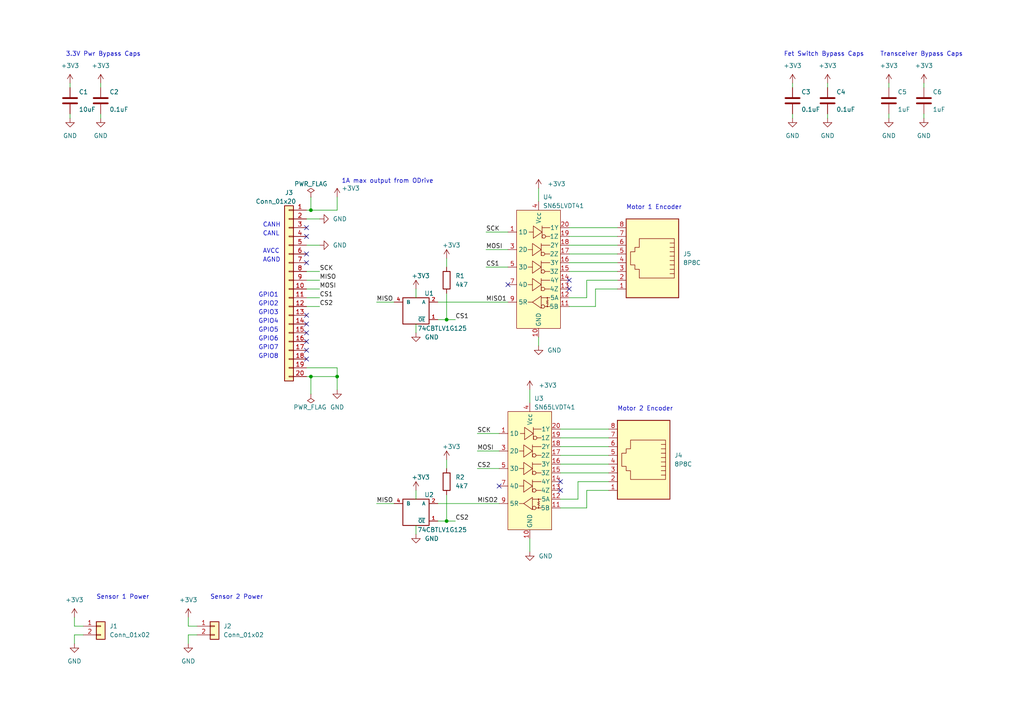
<source format=kicad_sch>
(kicad_sch (version 20211123) (generator eeschema)
  (paper "A4")
  (lib_symbols
    (symbol "74xGxx:74CBTLV1G125" (pin_names (offset 1.016))
      (property "Reference" "U" (at -2.54 5.08 0))
      (property "Value" "74CBTLV1G125" (at 0 -5.08 0))
      (symbol "74CBTLV1G125_0_1"
        (rectangle (start -3.81 3.81) (end 3.81 -3.81) (stroke (width 0.254)))
      )
      (symbol "74CBTLV1G125_1_1"
        (pin input line (at -6.35 -2.54 0) (length 2.54) (name "~{OE}") (number "1"))
        (pin input line (at -6.35 2.54 0) (length 2.54) (name "A") (number "2"))
        (pin power_in line (at 0 -3.81 270) (length 0) hide (name "GND") (number "3"))
        (pin tri_state line (at 6.35 2.54 180) (length 2.54) (name "B") (number "4"))
        (pin power_in line (at 0 3.81 90) (length 0) hide (name "VCC") (number "5"))
      )
    )
    (symbol "Connector:8P8C" (pin_names (offset 1.016))
      (property "Reference" "J" (at -5.08 13.97 0))
      (property "Value" "8P8C" (at 2.54 13.97 0))
      (symbol "8P8C_0_1"
        (polyline (pts (xy -5.08 4.445) (xy -6.35 4.445)))
        (polyline (pts (xy -5.08 5.715) (xy -6.35 5.715)))
        (polyline (pts (xy -6.35 -3.175) (xy -5.08 -3.175) (xy -5.08 -3.175)))
        (polyline (pts (xy -6.35 -1.905) (xy -5.08 -1.905) (xy -5.08 -1.905)))
        (polyline (pts (xy -6.35 -0.635) (xy -5.08 -0.635) (xy -5.08 -0.635)))
        (polyline (pts (xy -6.35 0.635) (xy -5.08 0.635) (xy -5.08 0.635)))
        (polyline (pts (xy -6.35 1.905) (xy -5.08 1.905) (xy -5.08 1.905)))
        (polyline (pts (xy -5.08 3.175) (xy -6.35 3.175) (xy -6.35 3.175)))
        (polyline (pts (xy -6.35 -4.445) (xy -6.35 6.985) (xy 3.81 6.985) (xy 3.81 4.445) (xy 5.08 4.445) (xy 5.08 3.175) (xy 6.35 3.175) (xy 6.35 -0.635) (xy 5.08 -0.635) (xy 5.08 -1.905) (xy 3.81 -1.905) (xy 3.81 -4.445) (xy -6.35 -4.445) (xy -6.35 -4.445)))
        (rectangle (start 7.62 12.7) (end -7.62 -10.16) (stroke (width 0.254)) (fill (type background)))
      )
      (symbol "8P8C_1_1"
        (pin passive line (at 10.16 -7.62 180) (length 2.54) (name "~") (number "1"))
        (pin passive line (at 10.16 -5.08 180) (length 2.54) (name "~") (number "2"))
        (pin passive line (at 10.16 -2.54 180) (length 2.54) (name "~") (number "3"))
        (pin passive line (at 10.16 0 180) (length 2.54) (name "~") (number "4"))
        (pin passive line (at 10.16 2.54 180) (length 2.54) (name "~") (number "5"))
        (pin passive line (at 10.16 5.08 180) (length 2.54) (name "~") (number "6"))
        (pin passive line (at 10.16 7.62 180) (length 2.54) (name "~") (number "7"))
        (pin passive line (at 10.16 10.16 180) (length 2.54) (name "~") (number "8"))
      )
    )
    (symbol "Connector_Generic:Conn_01x02" (pin_names (offset 1.016) hide)
      (property "Reference" "J" (at 0 2.54 0))
      (property "Value" "Conn_01x02" (at 0 -5.08 0))
      (symbol "Conn_01x02_1_1"
        (rectangle (start -1.27 -2.413) (end 0 -2.667) (stroke (width 0.1524)))
        (rectangle (start -1.27 0.127) (end 0 -0.127) (stroke (width 0.1524)))
        (rectangle (start -1.27 1.27) (end 1.27 -3.81) (stroke (width 0.254)) (fill (type background)))
        (pin passive line (at -5.08 0 0) (length 3.81) (name "Pin_1") (number "1"))
        (pin passive line (at -5.08 -2.54 0) (length 3.81) (name "Pin_2") (number "2"))
      )
    )
    (symbol "Connector_Generic:Conn_01x20" (pin_names (offset 1.016) hide)
      (property "Reference" "J" (at 0 25.4 0))
      (property "Value" "Conn_01x20" (at 0 -27.94 0))
      (symbol "Conn_01x20_1_1"
        (rectangle (start -1.27 -25.273) (end 0 -25.527) (stroke (width 0.1524)))
        (rectangle (start -1.27 -22.733) (end 0 -22.987) (stroke (width 0.1524)))
        (rectangle (start -1.27 -20.193) (end 0 -20.447) (stroke (width 0.1524)))
        (rectangle (start -1.27 -17.653) (end 0 -17.907) (stroke (width 0.1524)))
        (rectangle (start -1.27 -15.113) (end 0 -15.367) (stroke (width 0.1524)))
        (rectangle (start -1.27 -12.573) (end 0 -12.827) (stroke (width 0.1524)))
        (rectangle (start -1.27 -10.033) (end 0 -10.287) (stroke (width 0.1524)))
        (rectangle (start -1.27 -7.493) (end 0 -7.747) (stroke (width 0.1524)))
        (rectangle (start -1.27 -4.953) (end 0 -5.207) (stroke (width 0.1524)))
        (rectangle (start -1.27 -2.413) (end 0 -2.667) (stroke (width 0.1524)))
        (rectangle (start -1.27 0.127) (end 0 -0.127) (stroke (width 0.1524)))
        (rectangle (start -1.27 2.667) (end 0 2.413) (stroke (width 0.1524)))
        (rectangle (start -1.27 5.207) (end 0 4.953) (stroke (width 0.1524)))
        (rectangle (start -1.27 7.747) (end 0 7.493) (stroke (width 0.1524)))
        (rectangle (start -1.27 10.287) (end 0 10.033) (stroke (width 0.1524)))
        (rectangle (start -1.27 12.827) (end 0 12.573) (stroke (width 0.1524)))
        (rectangle (start -1.27 15.367) (end 0 15.113) (stroke (width 0.1524)))
        (rectangle (start -1.27 17.907) (end 0 17.653) (stroke (width 0.1524)))
        (rectangle (start -1.27 20.447) (end 0 20.193) (stroke (width 0.1524)))
        (rectangle (start -1.27 22.987) (end 0 22.733) (stroke (width 0.1524)))
        (rectangle (start -1.27 24.13) (end 1.27 -26.67) (stroke (width 0.254)) (fill (type background)))
        (pin passive line (at -5.08 22.86 0) (length 3.81) (name "Pin_1") (number "1"))
        (pin passive line (at -5.08 0 0) (length 3.81) (name "Pin_10") (number "10"))
        (pin passive line (at -5.08 -2.54 0) (length 3.81) (name "Pin_11") (number "11"))
        (pin passive line (at -5.08 -5.08 0) (length 3.81) (name "Pin_12") (number "12"))
        (pin passive line (at -5.08 -7.62 0) (length 3.81) (name "Pin_13") (number "13"))
        (pin passive line (at -5.08 -10.16 0) (length 3.81) (name "Pin_14") (number "14"))
        (pin passive line (at -5.08 -12.7 0) (length 3.81) (name "Pin_15") (number "15"))
        (pin passive line (at -5.08 -15.24 0) (length 3.81) (name "Pin_16") (number "16"))
        (pin passive line (at -5.08 -17.78 0) (length 3.81) (name "Pin_17") (number "17"))
        (pin passive line (at -5.08 -20.32 0) (length 3.81) (name "Pin_18") (number "18"))
        (pin passive line (at -5.08 -22.86 0) (length 3.81) (name "Pin_19") (number "19"))
        (pin passive line (at -5.08 20.32 0) (length 3.81) (name "Pin_2") (number "2"))
        (pin passive line (at -5.08 -25.4 0) (length 3.81) (name "Pin_20") (number "20"))
        (pin passive line (at -5.08 17.78 0) (length 3.81) (name "Pin_3") (number "3"))
        (pin passive line (at -5.08 15.24 0) (length 3.81) (name "Pin_4") (number "4"))
        (pin passive line (at -5.08 12.7 0) (length 3.81) (name "Pin_5") (number "5"))
        (pin passive line (at -5.08 10.16 0) (length 3.81) (name "Pin_6") (number "6"))
        (pin passive line (at -5.08 7.62 0) (length 3.81) (name "Pin_7") (number "7"))
        (pin passive line (at -5.08 5.08 0) (length 3.81) (name "Pin_8") (number "8"))
        (pin passive line (at -5.08 2.54 0) (length 3.81) (name "Pin_9") (number "9"))
      )
    )
    (symbol "Device:C" (pin_numbers hide) (pin_names (offset 0.254))
      (property "Reference" "C" (at 0.635 2.54 0))
      (property "Value" "C" (at 0.635 -2.54 0))
      (symbol "C_0_1"
        (polyline (pts (xy -2.032 -0.762) (xy 2.032 -0.762)) (stroke (width 0.508)))
        (polyline (pts (xy -2.032 0.762) (xy 2.032 0.762)) (stroke (width 0.508)))
      )
      (symbol "C_1_1"
        (pin passive line (at 0 3.81 270) (length 2.794) (name "~") (number "1"))
        (pin passive line (at 0 -3.81 90) (length 2.794) (name "~") (number "2"))
      )
    )
    (symbol "Device:R" (pin_numbers hide) (pin_names (offset 0))
      (property "Reference" "R" (at 2.032 0 90))
      (property "Value" "R" (at 0 0 90))
      (symbol "R_0_1"
        (rectangle (start -1.016 -2.54) (end 1.016 2.54) (stroke (width 0.254)))
      )
      (symbol "R_1_1"
        (pin passive line (at 0 3.81 270) (length 1.27) (name "~") (number "1"))
        (pin passive line (at 0 -3.81 90) (length 1.27) (name "~") (number "2"))
      )
    )
    (symbol "machine_agency_components_lib:SN65LVDT41"
      (property "Reference" "U" (at 2.54 20.32 0))
      (property "Value" "SN65LVDT41" (at 7.62 17.78 0))
      (symbol "SN65LVDT41_0_1"
        (rectangle (start -6.35 16.51) (end 6.35 -17.78) (fill (type background)))
        (polyline (pts (xy -1.778 -10.16) (xy -3.048 -10.16)))
        (polyline (pts (xy -1.778 -5.08) (xy -3.048 -5.08)))
        (polyline (pts (xy -1.778 0) (xy -3.048 0)))
        (polyline (pts (xy -1.778 5.08) (xy -3.048 5.08)))
        (polyline (pts (xy -1.524 10.16) (xy -2.794 10.16)))
        (polyline (pts (xy 0.762 -8.89) (xy 3.302 -8.89)))
        (polyline (pts (xy 0.762 -3.81) (xy 3.302 -3.81)))
        (polyline (pts (xy 0.762 -3.302) (xy 0.762 -6.858)))
        (polyline (pts (xy 0.762 1.27) (xy 3.302 1.27)))
        (polyline (pts (xy 0.762 1.778) (xy 0.762 -1.778)))
        (polyline (pts (xy 0.762 6.35) (xy 3.302 6.35)))
        (polyline (pts (xy 0.762 6.858) (xy 0.762 3.302)))
        (polyline (pts (xy 1.016 11.43) (xy 3.302 11.43)))
        (polyline (pts (xy 1.016 11.938) (xy 1.016 8.382)))
        (polyline (pts (xy 1.778 -11.43) (xy 3.302 -11.43)))
        (polyline (pts (xy 1.778 -6.35) (xy 3.302 -6.35)))
        (polyline (pts (xy 1.778 -1.27) (xy 3.302 -1.27)))
        (polyline (pts (xy 1.778 3.81) (xy 3.302 3.81)))
        (polyline (pts (xy 2.032 8.89) (xy 3.302 8.89)))
        (polyline (pts (xy -1.778 -6.858) (xy -1.778 -3.302) (xy 0.762 -5.08) (xy -1.778 -6.858)) (fill (type background)))
        (polyline (pts (xy -1.778 -1.778) (xy -1.778 1.778) (xy 0.762 0) (xy -1.778 -1.778)) (fill (type background)))
        (polyline (pts (xy -1.778 3.302) (xy -1.778 6.858) (xy 0.762 5.08) (xy -1.778 3.302)) (fill (type background)))
        (polyline (pts (xy -1.524 8.382) (xy -1.524 11.938) (xy 1.016 10.16) (xy -1.524 8.382)) (fill (type background)))
        (polyline (pts (xy 0.762 -8.382) (xy 0.762 -11.938) (xy -1.778 -10.16) (xy 0.762 -8.382)) (fill (type background)))
        (polyline (pts (xy 2.54 -8.89) (xy 2.54 -9.398) (xy 2.794 -9.652) (xy 2.286 -9.906) (xy 2.794 -10.16) (xy 2.286 -10.414) (xy 2.794 -10.668) (xy 2.54 -10.922) (xy 2.54 -11.43)))
        (circle (center 1.27 -11.43) (radius 0.508))
        (circle (center 1.27 -6.35) (radius 0.508))
        (circle (center 1.27 -1.27) (radius 0.508))
        (circle (center 1.27 3.81) (radius 0.508))
        (circle (center 1.524 8.89) (radius 0.508))
        (circle (center 2.54 -11.43) (radius 0.127))
        (circle (center 2.54 -8.89) (radius 0.127))
      )
      (symbol "SN65LVDT41_1_1"
        (pin input line (at -8.89 10.16 0) (length 2.54) (name "1D") (number "1"))
        (pin power_in line (at 0 -20.32 90) (length 2.54) (name "GND") (number "10"))
        (pin output line (at 8.89 -11.43 180) (length 2.54) (name "5B") (number "11"))
        (pin output line (at 8.89 -8.89 180) (length 2.54) (name "5A") (number "12"))
        (pin output line (at 8.89 -6.35 180) (length 2.54) (name "4Z") (number "13"))
        (pin output line (at 8.89 -3.81 180) (length 2.54) (name "4Y") (number "14"))
        (pin output line (at 8.89 -1.27 180) (length 2.54) (name "3Z") (number "15"))
        (pin output line (at 8.89 1.27 180) (length 2.54) (name "3Y") (number "16"))
        (pin output line (at 8.89 3.81 180) (length 2.54) (name "2Z") (number "17"))
        (pin output line (at 8.89 6.35 180) (length 2.54) (name "2Y") (number "18"))
        (pin output line (at 8.89 8.89 180) (length 2.54) (name "1Z") (number "19"))
        (pin power_in line (at 0 -20.32 90) (length 2.54) hide (name "GND") (number "2"))
        (pin output line (at 8.89 11.43 180) (length 2.54) (name "1Y") (number "20"))
        (pin input line (at -8.89 5.08 0) (length 2.54) (name "2D") (number "3"))
        (pin power_in line (at 0 19.05 270) (length 2.54) (name "Vcc") (number "4"))
        (pin input line (at -8.89 0 0) (length 2.54) (name "3D") (number "5"))
        (pin power_in line (at 0 -20.32 90) (length 2.54) hide (name "GND") (number "6"))
        (pin input line (at -8.89 -5.08 0) (length 2.54) (name "4D") (number "7"))
        (pin power_in line (at 0 19.05 270) (length 2.54) hide (name "Vcc") (number "8"))
        (pin output line (at -8.89 -10.16 0) (length 2.54) (name "5R") (number "9"))
      )
    )
    (symbol "power:+3.3V" (power) (pin_names (offset 0))
      (property "Value" "+3.3V" (at 0 3.556 0))
      (symbol "+3.3V_0_1"
        (polyline (pts (xy -0.762 1.27) (xy 0 2.54)))
        (polyline (pts (xy 0 0) (xy 0 2.54)))
        (polyline (pts (xy 0 2.54) (xy 0.762 1.27)))
      )
      (symbol "+3.3V_1_1"
        (pin power_in line (at 0 0 90) (length 0) hide (name "+3V3") (number "1"))
      )
    )
    (symbol "power:GND" (power) (pin_names (offset 0))
      (property "Value" "GND" (at 0 -3.81 0))
      (symbol "GND_0_1"
        (polyline (pts (xy 0 0) (xy 0 -1.27) (xy 1.27 -1.27) (xy 0 -2.54) (xy -1.27 -1.27) (xy 0 -1.27)))
      )
      (symbol "GND_1_1"
        (pin power_in line (at 0 0 270) (length 0) hide (name "GND") (number "1"))
      )
    )
    (symbol "power:PWR_FLAG" (power) (pin_numbers hide) (pin_names (offset 0) hide)
      (property "Value" "PWR_FLAG" (at 0 3.81 0))
      (symbol "PWR_FLAG_0_0"
        (pin power_out line (at 0 0 90) (length 0) (name "pwr") (number "1"))
      )
      (symbol "PWR_FLAG_0_1"
        (polyline (pts (xy 0 0) (xy 0 1.27) (xy -1.016 1.905) (xy 0 2.54) (xy 1.016 1.905) (xy 0 1.27)))
      )
    )
  )
  (junction (at 129.54 92.71))
  (junction (at 129.54 151.13))
  (junction (at 90.17 60.96))
  (junction (at 97.79 109.22))
  (junction (at 90.17 109.22))
  (no_connect (at 162.56 142.24))
  (no_connect (at 162.56 139.7))
  (no_connect (at 165.1 83.82))
  (no_connect (at 165.1 81.28))
  (no_connect (at 147.32 82.55))
  (no_connect (at 88.9 73.66))
  (no_connect (at 88.9 66.04))
  (no_connect (at 88.9 93.98))
  (no_connect (at 88.9 99.06))
  (no_connect (at 88.9 91.44))
  (no_connect (at 88.9 96.52))
  (no_connect (at 88.9 101.6))
  (no_connect (at 88.9 104.14))
  (no_connect (at 88.9 68.58))
  (no_connect (at 144.78 140.97))
  (no_connect (at 88.9 76.2))
  (wire (pts (xy 97.79 60.96) (xy 97.79 57.15)))
  (wire (pts (xy 170.18 142.24) (xy 176.53 142.24)))
  (wire (pts (xy 162.56 147.32) (xy 170.18 147.32)))
  (wire (pts (xy 90.17 57.15) (xy 90.17 60.96)))
  (wire (pts (xy 54.61 184.15) (xy 57.15 184.15)))
  (wire (pts (xy 165.1 71.12) (xy 179.07 71.12)))
  (wire (pts (xy 257.81 33.02) (xy 257.81 34.29)))
  (wire (pts (xy 20.32 24.13) (xy 20.32 25.4)))
  (wire (pts (xy 120.65 142.24) (xy 120.65 144.78)))
  (wire (pts (xy 140.97 77.47) (xy 147.32 77.47)))
  (wire (pts (xy 140.97 67.31) (xy 147.32 67.31)))
  (wire (pts (xy 267.97 24.13) (xy 267.97 25.4)))
  (wire (pts (xy 88.9 81.28) (xy 92.71 81.28)))
  (wire (pts (xy 167.64 139.7) (xy 167.64 144.78)))
  (wire (pts (xy 127 146.05) (xy 144.78 146.05)))
  (wire (pts (xy 88.9 88.9) (xy 92.71 88.9)))
  (wire (pts (xy 88.9 78.74) (xy 92.71 78.74)))
  (wire (pts (xy 90.17 109.22) (xy 90.17 114.3)))
  (wire (pts (xy 129.54 85.09) (xy 129.54 92.71)))
  (wire (pts (xy 165.1 88.9) (xy 172.72 88.9)))
  (wire (pts (xy 90.17 60.96) (xy 97.79 60.96)))
  (wire (pts (xy 29.21 24.13) (xy 29.21 25.4)))
  (wire (pts (xy 29.21 33.02) (xy 29.21 34.29)))
  (wire (pts (xy 88.9 86.36) (xy 92.71 86.36)))
  (wire (pts (xy 267.97 33.02) (xy 267.97 34.29)))
  (wire (pts (xy 172.72 88.9) (xy 172.72 83.82)))
  (wire (pts (xy 170.18 147.32) (xy 170.18 142.24)))
  (wire (pts (xy 97.79 109.22) (xy 97.79 113.03)))
  (wire (pts (xy 257.81 24.13) (xy 257.81 25.4)))
  (wire (pts (xy 88.9 106.68) (xy 97.79 106.68)))
  (wire (pts (xy 138.43 135.89) (xy 144.78 135.89)))
  (wire (pts (xy 54.61 186.69) (xy 54.61 184.15)))
  (wire (pts (xy 153.67 156.21) (xy 153.67 160.02)))
  (wire (pts (xy 156.21 97.79) (xy 156.21 100.33)))
  (wire (pts (xy 120.65 83.82) (xy 120.65 86.36)))
  (wire (pts (xy 162.56 132.08) (xy 176.53 132.08)))
  (wire (pts (xy 165.1 78.74) (xy 179.07 78.74)))
  (wire (pts (xy 127 92.71) (xy 129.54 92.71)))
  (wire (pts (xy 165.1 66.04) (xy 179.07 66.04)))
  (wire (pts (xy 156.21 54.61) (xy 156.21 58.42)))
  (wire (pts (xy 109.22 146.05) (xy 114.3 146.05)))
  (wire (pts (xy 90.17 109.22) (xy 97.79 109.22)))
  (wire (pts (xy 165.1 68.58) (xy 179.07 68.58)))
  (wire (pts (xy 172.72 83.82) (xy 179.07 83.82)))
  (wire (pts (xy 97.79 106.68) (xy 97.79 109.22)))
  (wire (pts (xy 24.13 181.61) (xy 21.59 181.61)))
  (wire (pts (xy 162.56 137.16) (xy 176.53 137.16)))
  (wire (pts (xy 129.54 151.13) (xy 132.08 151.13)))
  (wire (pts (xy 140.97 72.39) (xy 147.32 72.39)))
  (wire (pts (xy 127 151.13) (xy 129.54 151.13)))
  (wire (pts (xy 109.22 87.63) (xy 114.3 87.63)))
  (wire (pts (xy 127 87.63) (xy 147.32 87.63)))
  (wire (pts (xy 129.54 133.35) (xy 129.54 135.89)))
  (wire (pts (xy 138.43 125.73) (xy 144.78 125.73)))
  (wire (pts (xy 88.9 83.82) (xy 92.71 83.82)))
  (wire (pts (xy 129.54 74.93) (xy 129.54 77.47)))
  (wire (pts (xy 162.56 124.46) (xy 176.53 124.46)))
  (wire (pts (xy 21.59 186.69) (xy 21.59 184.15)))
  (wire (pts (xy 229.87 24.13) (xy 229.87 25.4)))
  (wire (pts (xy 88.9 109.22) (xy 90.17 109.22)))
  (wire (pts (xy 57.15 181.61) (xy 54.61 181.61)))
  (wire (pts (xy 240.03 33.02) (xy 240.03 34.29)))
  (wire (pts (xy 138.43 130.81) (xy 144.78 130.81)))
  (wire (pts (xy 120.65 152.4) (xy 120.65 154.94)))
  (wire (pts (xy 21.59 184.15) (xy 24.13 184.15)))
  (wire (pts (xy 165.1 73.66) (xy 179.07 73.66)))
  (wire (pts (xy 176.53 139.7) (xy 167.64 139.7)))
  (wire (pts (xy 21.59 181.61) (xy 21.59 179.07)))
  (wire (pts (xy 20.32 33.02) (xy 20.32 34.29)))
  (wire (pts (xy 170.18 86.36) (xy 165.1 86.36)))
  (wire (pts (xy 162.56 129.54) (xy 176.53 129.54)))
  (wire (pts (xy 162.56 127) (xy 176.53 127)))
  (wire (pts (xy 129.54 143.51) (xy 129.54 151.13)))
  (wire (pts (xy 129.54 92.71) (xy 132.08 92.71)))
  (wire (pts (xy 240.03 24.13) (xy 240.03 25.4)))
  (wire (pts (xy 153.67 113.03) (xy 153.67 116.84)))
  (wire (pts (xy 167.64 144.78) (xy 162.56 144.78)))
  (wire (pts (xy 179.07 81.28) (xy 170.18 81.28)))
  (wire (pts (xy 165.1 76.2) (xy 179.07 76.2)))
  (wire (pts (xy 88.9 71.12) (xy 92.71 71.12)))
  (wire (pts (xy 120.65 93.98) (xy 120.65 96.52)))
  (wire (pts (xy 170.18 81.28) (xy 170.18 86.36)))
  (wire (pts (xy 88.9 60.96) (xy 90.17 60.96)))
  (wire (pts (xy 229.87 33.02) (xy 229.87 34.29)))
  (wire (pts (xy 88.9 63.5) (xy 92.71 63.5)))
  (wire (pts (xy 54.61 181.61) (xy 54.61 179.07)))
  (wire (pts (xy 162.56 134.62) (xy 176.53 134.62)))
  (text "GPIO8" (at 74.93 104.14 0) (effects (font (size 1.27 1.27)) (justify left bottom)))
  (text "1A max output from ODrive" (at 99.06 53.34 0) (effects (font (size 1.27 1.27)) (justify left bottom)))
  (text "GPIO3" (at 74.93 91.44 0) (effects (font (size 1.27 1.27)) (justify left bottom)))
  (text "3.3V Pwr Bypass Caps" (at 19.05 16.51 0) (effects (font (size 1.27 1.27)) (justify left bottom)))
  (text "AGND" (at 76.2 76.2 0) (effects (font (size 1.27 1.27)) (justify left bottom)))
  (text "GPIO5" (at 74.93 96.52 0) (effects (font (size 1.27 1.27)) (justify left bottom)))
  (text "CANL" (at 76.2 68.58 0) (effects (font (size 1.27 1.27)) (justify left bottom)))
  (text "Motor 2 Encoder" (at 179.07 119.38 0) (effects (font (size 1.27 1.27)) (justify left bottom)))
  (text "AVCC" (at 76.2 73.66 0) (effects (font (size 1.27 1.27)) (justify left bottom)))
  (text "Sensor 1 Power" (at 27.94 173.99 0) (effects (font (size 1.27 1.27)) (justify left bottom)))
  (text "Motor 1 Encoder" (at 181.61 60.96 0) (effects (font (size 1.27 1.27)) (justify left bottom)))
  (text "GPIO6" (at 74.93 99.06 0) (effects (font (size 1.27 1.27)) (justify left bottom)))
  (text "GPIO1" (at 74.93 86.36 0) (effects (font (size 1.27 1.27)) (justify left bottom)))
  (text "CANH" (at 76.2 66.04 0) (effects (font (size 1.27 1.27)) (justify left bottom)))
  (text "GPIO2" (at 74.93 88.9 0) (effects (font (size 1.27 1.27)) (justify left bottom)))
  (text "GPIO4" (at 74.93 93.98 0) (effects (font (size 1.27 1.27)) (justify left bottom)))
  (text "Sensor 2 Power" (at 60.96 173.99 0) (effects (font (size 1.27 1.27)) (justify left bottom)))
  (text "Transceiver Bypass Caps" (at 255.27 16.51 0) (effects (font (size 1.27 1.27)) (justify left bottom)))
  (text "GPIO7" (at 74.93 101.6 0) (effects (font (size 1.27 1.27)) (justify left bottom)))
  (text "Fet Switch Bypass Caps" (at 227.33 16.51 0) (effects (font (size 1.27 1.27)) (justify left bottom)))
  (label "SCK" (at 138.43 125.73 0))
  (label "MISO2" (at 138.43 146.05 0))
  (label "CS2" (at 138.43 135.89 0))
  (label "CS2" (at 132.08 151.13 0))
  (label "MOSI" (at 140.97 72.39 0))
  (label "SCK" (at 92.71 78.74 0))
  (label "MISO1" (at 140.97 87.63 0))
  (label "CS1" (at 132.08 92.71 0))
  (label "CS1" (at 140.97 77.47 0))
  (label "MOSI" (at 138.43 130.81 0))
  (label "MOSI" (at 92.71 83.82 0))
  (label "MISO" (at 92.71 81.28 0))
  (label "CS2" (at 92.71 88.9 0))
  (label "MISO" (at 109.22 146.05 0))
  (label "CS1" (at 92.71 86.36 0))
  (label "MISO" (at 109.22 87.63 0))
  (label "SCK" (at 140.97 67.31 0))
  (symbol (lib_id "power:+3.3V") (at 257.81 24.13 0) (unit 1)
    (property "Reference" "#PWR027" (effects hide))
    (property "Value" "+3.3V" (at 257.81 19.05 0))
  )
  (symbol (lib_id "power:+3.3V") (at 267.97 24.13 0) (unit 1)
    (property "Reference" "#PWR029" (effects hide))
    (property "Value" "+3.3V" (at 267.97 19.05 0))
  )
  (symbol (lib_id "74xGxx:74CBTLV1G125") (at 120.65 90.17 0) (mirror y) (unit 1)
    (property "Reference" "U1" (at 124.46 85.09 0))
    (property "Value" "74CBTLV1G125" (at 128.27 95.25 0))
    (property "Footprint" "Package_TO_SOT_SMD:SOT-23-5_HandSoldering" (effects hide))
    (property "Datasheet" "https://www.ti.com/lit/ds/symlink/sn74cbtlv1g125-q1.pdf" (effects hide))
  )
  (symbol (lib_id "Device:C") (at 20.32 29.21 0) (unit 1)
    (property "Reference" "C1" (at 22.86 26.67 0) (effects (justify left)))
    (property "Value" "10uF" (at 22.86 31.75 0) (effects (justify left)))
    (property "Footprint" "Capacitor_SMD:C_0603_1608Metric_Pad1.05x0.95mm_HandSolder" (effects hide))
    (property "Manufacturer Number" "GRM188R61E106KA73D" (effects hide))
  )
  (symbol (lib_id "power:PWR_FLAG") (at 90.17 57.15 0) (unit 1)
    (property "Reference" "#FLG01" (effects hide))
    (property "Value" "PWR_FLAG" (at 90.17 53.34 0))
  )
  (symbol (lib_id "Device:C") (at 29.21 29.21 0) (unit 1)
    (property "Reference" "C2" (at 31.75 26.67 0) (effects (justify left)))
    (property "Value" "0.1uF" (at 31.75 31.75 0) (effects (justify left)))
    (property "Footprint" "Capacitor_SMD:C_0603_1608Metric_Pad1.05x0.95mm_HandSolder" (effects hide))
    (property "Manufacturer Number" "GCJ188R71H104KA12D" (effects hide))
  )
  (symbol (lib_id "74xGxx:74CBTLV1G125") (at 120.65 148.59 0) (mirror y) (unit 1)
    (property "Reference" "U2" (at 124.46 143.51 0))
    (property "Value" "74CBTLV1G125" (at 128.27 153.67 0))
    (property "Footprint" "Package_TO_SOT_SMD:SOT-23-5_HandSoldering" (effects hide))
    (property "Datasheet" "https://www.ti.com/lit/ds/symlink/sn74cbtlv1g125-q1.pdf" (effects hide))
  )
  (symbol (lib_id "Connector_Generic:Conn_01x02") (at 62.23 181.61 0) (unit 1)
    (property "Reference" "J2" (at 64.77 181.6099 0) (effects (justify left)))
    (property "Value" "Conn_01x02" (at 64.77 184.1499 0) (effects (justify left)))
    (property "Footprint" "Connector_Molex:Molex_Micro-Fit_3.0_43650-0215_1x02_P3.00mm_Vertical" (effects hide))
  )
  (symbol (lib_id "power:+3.3V") (at 153.67 113.03 0) (unit 1)
    (property "Reference" "#PWR019" (effects hide))
    (property "Value" "+3.3V" (at 156.21 111.7599 0) (effects (justify left)))
  )
  (symbol (lib_id "power:GND") (at 54.61 186.69 0) (unit 1)
    (property "Reference" "#PWR08" (effects hide))
    (property "Value" "GND" (at 54.61 191.77 0))
  )
  (symbol (lib_id "power:GND") (at 229.87 34.29 0) (unit 1)
    (property "Reference" "#PWR024" (effects hide))
    (property "Value" "GND" (at 229.87 39.37 0))
  )
  (symbol (lib_id "power:+3.3V") (at 229.87 24.13 0) (unit 1)
    (property "Reference" "#PWR023" (effects hide))
    (property "Value" "+3.3V" (at 229.87 19.05 0))
  )
  (symbol (lib_id "Connector:8P8C") (at 189.23 76.2 0) (mirror y) (unit 1)
    (property "Reference" "J5" (at 198.12 73.6599 0) (effects (justify right)))
    (property "Value" "8P8C" (at 198.12 76.1999 0) (effects (justify right)))
    (property "Footprint" "kicad_component_library:RJ45_Molex_SMD_0955036891" (effects hide))
    (property "Manufacturer Number" "0955036891" (effects hide))
  )
  (symbol (lib_id "power:GND") (at 92.71 71.12 90) (unit 1)
    (property "Reference" "#PWR010" (effects hide))
    (property "Value" "GND" (at 96.52 71.1199 90) (effects (justify right)))
  )
  (symbol (lib_id "power:GND") (at 153.67 160.02 0) (unit 1)
    (property "Reference" "#PWR020" (effects hide))
    (property "Value" "GND" (at 156.21 161.2899 0) (effects (justify left)))
  )
  (symbol (lib_id "power:GND") (at 120.65 96.52 0) (unit 1)
    (property "Reference" "#PWR014" (effects hide))
    (property "Value" "GND" (at 123.19 97.7899 0) (effects (justify left)))
  )
  (symbol (lib_id "power:+3.3V") (at 29.21 24.13 0) (unit 1)
    (property "Reference" "#PWR05" (effects hide))
    (property "Value" "+3.3V" (at 29.21 19.05 0))
  )
  (symbol (lib_id "power:+3.3V") (at 97.79 57.15 0) (unit 1)
    (property "Reference" "#PWR011" (effects hide))
    (property "Value" "+3.3V" (at 99.06 54.61 0) (effects (justify left)))
  )
  (symbol (lib_id "power:+3.3V") (at 240.03 24.13 0) (unit 1)
    (property "Reference" "#PWR025" (effects hide))
    (property "Value" "+3.3V" (at 240.03 19.05 0))
  )
  (symbol (lib_id "power:+3.3V") (at 54.61 179.07 0) (unit 1)
    (property "Reference" "#PWR07" (effects hide))
    (property "Value" "+3.3V" (at 54.61 173.99 0))
  )
  (symbol (lib_id "power:+3.3V") (at 129.54 74.93 0) (unit 1)
    (property "Reference" "#PWR017" (effects hide))
    (property "Value" "+3.3V" (at 128.27 71.12 0) (effects (justify left)))
  )
  (symbol (lib_id "power:+3.3V") (at 20.32 24.13 0) (unit 1)
    (property "Reference" "#PWR01" (effects hide))
    (property "Value" "+3.3V" (at 20.32 19.05 0))
  )
  (symbol (lib_id "power:PWR_FLAG") (at 90.17 114.3 180) (unit 1)
    (property "Reference" "#FLG02" (effects hide))
    (property "Value" "PWR_FLAG" (at 85.09 118.11 0) (effects (justify right)))
  )
  (symbol (lib_id "Device:C") (at 267.97 29.21 0) (unit 1)
    (property "Reference" "C6" (at 270.51 26.67 0) (effects (justify left)))
    (property "Value" "1uF" (at 270.51 31.75 0) (effects (justify left)))
    (property "Footprint" "Capacitor_SMD:C_0603_1608Metric_Pad1.05x0.95mm_HandSolder" (effects hide))
    (property "Manufacturer Number" "GRM188R61A105KA61D" (effects hide))
  )
  (symbol (lib_id "power:+3.3V") (at 120.65 142.24 0) (unit 1)
    (property "Reference" "#PWR015" (effects hide))
    (property "Value" "+3.3V" (at 119.38 138.43 0) (effects (justify left)))
  )
  (symbol (lib_id "power:GND") (at 29.21 34.29 0) (unit 1)
    (property "Reference" "#PWR06" (effects hide))
    (property "Value" "GND" (at 29.21 39.37 0))
  )
  (symbol (lib_id "machine_agency_components_lib:SN65LVDT41") (at 153.67 135.89 0) (unit 1)
    (property "Reference" "U3" (at 154.94 115.57 0) (effects (justify left)))
    (property "Value" "SN65LVDT41" (at 154.94 118.11 0) (effects (justify left)))
    (property "Footprint" "Package_SO:TSSOP-20_4.4x6.5mm_P0.65mm" (effects hide))
    (property "Datasheet" "https://www.ti.com/lit/ds/symlink/sn65lvdt41-ep.pdf" (effects hide))
    (property "Manufacturer Number" "SN65LVDT41QPWREP" (effects hide))
  )
  (symbol (lib_id "power:GND") (at 92.71 63.5 90) (unit 1)
    (property "Reference" "#PWR09" (effects hide))
    (property "Value" "GND" (at 96.52 63.4999 90) (effects (justify right)))
  )
  (symbol (lib_id "Connector_Generic:Conn_01x20") (at 83.82 83.82 0) (mirror y) (unit 1)
    (property "Reference" "J3" (at 83.82 55.88 0))
    (property "Value" "Conn_01x20" (at 80.01 58.42 0))
    (property "Footprint" "Connector_PinHeader_2.54mm:PinHeader_1x20_P2.54mm_Vertical" (effects hide))
    (property "Manufacturer Number" "SSQ-120-03-G-S" (effects hide))
  )
  (symbol (lib_id "power:+3.3V") (at 21.59 179.07 0) (unit 1)
    (property "Reference" "#PWR03" (effects hide))
    (property "Value" "+3.3V" (at 21.59 173.99 0))
  )
  (symbol (lib_id "Device:C") (at 229.87 29.21 0) (unit 1)
    (property "Reference" "C3" (at 232.41 26.67 0) (effects (justify left)))
    (property "Value" "0.1uF" (at 232.41 31.75 0) (effects (justify left)))
    (property "Footprint" "Capacitor_SMD:C_0603_1608Metric_Pad1.05x0.95mm_HandSolder" (effects hide))
    (property "Manufacturer Number" "GCJ188R71H104KA12D" (effects hide))
  )
  (symbol (lib_id "power:GND") (at 97.79 113.03 0) (unit 1)
    (property "Reference" "#PWR012" (effects hide))
    (property "Value" "GND" (at 97.79 118.11 0))
  )
  (symbol (lib_id "power:+3.3V") (at 120.65 83.82 0) (unit 1)
    (property "Reference" "#PWR013" (effects hide))
    (property "Value" "+3.3V" (at 119.38 80.01 0) (effects (justify left)))
  )
  (symbol (lib_id "power:GND") (at 21.59 186.69 0) (unit 1)
    (property "Reference" "#PWR04" (effects hide))
    (property "Value" "GND" (at 21.59 191.77 0))
  )
  (symbol (lib_id "power:GND") (at 20.32 34.29 0) (unit 1)
    (property "Reference" "#PWR02" (effects hide))
    (property "Value" "GND" (at 20.32 39.37 0))
  )
  (symbol (lib_id "Connector_Generic:Conn_01x02") (at 29.21 181.61 0) (unit 1)
    (property "Reference" "J1" (at 31.75 181.6099 0) (effects (justify left)))
    (property "Value" "Conn_01x02" (at 31.75 184.1499 0) (effects (justify left)))
    (property "Footprint" "Connector_Molex:Molex_Micro-Fit_3.0_43650-0215_1x02_P3.00mm_Vertical" (effects hide))
  )
  (symbol (lib_id "Device:R") (at 129.54 81.28 0) (unit 1)
    (property "Reference" "R1" (at 132.08 80.0099 0) (effects (justify left)))
    (property "Value" "4k7" (at 132.08 82.5499 0) (effects (justify left)))
    (property "Footprint" "Resistor_SMD:R_0603_1608Metric_Pad1.05x0.95mm_HandSolder" (effects hide))
    (property "Manufacturer Number" "RC0603FR-074K7L" (effects hide))
    (property "Manufacturer" "Yageo" (effects hide))
  )
  (symbol (lib_id "Connector:8P8C") (at 186.69 134.62 0) (mirror y) (unit 1)
    (property "Reference" "J4" (at 195.58 132.0799 0) (effects (justify right)))
    (property "Value" "8P8C" (at 195.58 134.6199 0) (effects (justify right)))
    (property "Footprint" "kicad_component_library:RJ45_Molex_SMD_0955036891" (effects hide))
    (property "Manufacturer Number" "0955036891" (effects hide))
  )
  (symbol (lib_id "power:+3.3V") (at 156.21 54.61 0) (unit 1)
    (property "Reference" "#PWR021" (effects hide))
    (property "Value" "+3.3V" (at 158.75 53.3399 0) (effects (justify left)))
  )
  (symbol (lib_id "power:GND") (at 257.81 34.29 0) (unit 1)
    (property "Reference" "#PWR028" (effects hide))
    (property "Value" "GND" (at 257.81 39.37 0))
  )
  (symbol (lib_id "power:GND") (at 240.03 34.29 0) (unit 1)
    (property "Reference" "#PWR026" (effects hide))
    (property "Value" "GND" (at 240.03 39.37 0))
  )
  (symbol (lib_id "machine_agency_components_lib:SN65LVDT41") (at 156.21 77.47 0) (unit 1)
    (property "Reference" "U4" (at 157.48 57.15 0) (effects (justify left)))
    (property "Value" "SN65LVDT41" (at 157.48 59.69 0) (effects (justify left)))
    (property "Footprint" "Package_SO:TSSOP-20_4.4x6.5mm_P0.65mm" (effects hide))
    (property "Datasheet" "https://www.ti.com/lit/ds/symlink/sn65lvdt41-ep.pdf" (effects hide))
    (property "Manufacturer Number" "SN65LVDT41QPWREP" (effects hide))
  )
  (symbol (lib_id "power:GND") (at 156.21 100.33 0) (unit 1)
    (property "Reference" "#PWR022" (effects hide))
    (property "Value" "GND" (at 158.75 101.5999 0) (effects (justify left)))
  )
  (symbol (lib_id "Device:C") (at 257.81 29.21 0) (unit 1)
    (property "Reference" "C5" (at 260.35 26.67 0) (effects (justify left)))
    (property "Value" "1uF" (at 260.35 31.75 0) (effects (justify left)))
    (property "Footprint" "Capacitor_SMD:C_0603_1608Metric_Pad1.05x0.95mm_HandSolder" (effects hide))
    (property "Manufacturer Number" "GRM188R61A105KA61D" (effects hide))
  )
  (symbol (lib_id "power:GND") (at 120.65 154.94 0) (unit 1)
    (property "Reference" "#PWR016" (effects hide))
    (property "Value" "GND" (at 123.19 156.2099 0) (effects (justify left)))
  )
  (symbol (lib_id "power:GND") (at 267.97 34.29 0) (unit 1)
    (property "Reference" "#PWR030" (effects hide))
    (property "Value" "GND" (at 267.97 39.37 0))
  )
  (symbol (lib_id "Device:R") (at 129.54 139.7 0) (unit 1)
    (property "Reference" "R2" (at 132.08 138.4299 0) (effects (justify left)))
    (property "Value" "4k7" (at 132.08 140.9699 0) (effects (justify left)))
    (property "Footprint" "Resistor_SMD:R_0603_1608Metric_Pad1.05x0.95mm_HandSolder" (effects hide))
    (property "Manufacturer Number" "RC0603FR-074K7L" (effects hide))
    (property "Manufacturer" "Yageo" (effects hide))
  )
  (symbol (lib_id "power:+3.3V") (at 129.54 133.35 0) (unit 1)
    (property "Reference" "#PWR018" (effects hide))
    (property "Value" "+3.3V" (at 128.27 129.54 0) (effects (justify left)))
  )
  (symbol (lib_id "Device:C") (at 240.03 29.21 0) (unit 1)
    (property "Reference" "C4" (at 242.57 26.67 0) (effects (justify left)))
    (property "Value" "0.1uF" (at 242.57 31.75 0) (effects (justify left)))
    (property "Footprint" "Capacitor_SMD:C_0603_1608Metric_Pad1.05x0.95mm_HandSolder" (effects hide))
    (property "Manufacturer Number" "GCJ188R71H104KA12D" (effects hide))
  )
)
</source>
